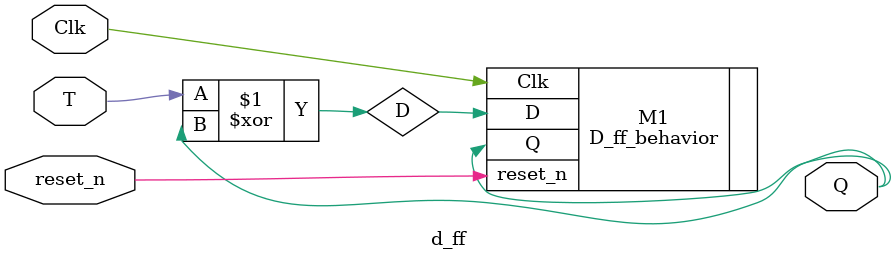
<source format=v>
module d_ff(
    input T,
    output Q,
    input Clk,
    input reset_n
    );
    wire D;
    assign D = T ^ Q;
    D_ff_behavior M1 (.D(D), .Clk(Clk), .Q(Q), .reset_n(reset_n));
endmodule

</source>
